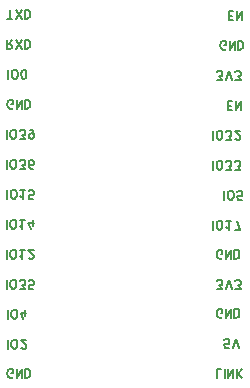
<source format=gbr>
G04 --- HEADER BEGIN --- *
G04 #@! TF.GenerationSoftware,LibrePCB,LibrePCB,1.3.0*
G04 #@! TF.CreationDate,2025-10-14T22:14:51*
G04 #@! TF.ProjectId,GateGuardian - Sommer Twist 350 Swing Gate,8a633c5c-b075-4c35-a81d-aba18a590e16,v1*
G04 #@! TF.Part,Single*
G04 #@! TF.SameCoordinates*
G04 #@! TF.FileFunction,Legend,Bot*
G04 #@! TF.FilePolarity,Positive*
%FSLAX66Y66*%
%MOMM*%
G01*
G75*
G04 --- HEADER END --- *
G04 --- APERTURE LIST BEGIN --- *
%ADD10C,0.15*%
%ADD11C,1.56*%
%AMROUNDEDRECT12*20,1,1.56,-0.68,0.0,0.68,0.0,0.0*20,1,1.36,-0.78,0.0,0.78,0.0,0.0*1,1,0.2,-0.68,0.68*1,1,0.2,0.68,0.68*1,1,0.2,0.68,-0.68*1,1,0.2,-0.68,-0.68*%
%ADD12ROUNDEDRECT12*%
%ADD13C,1.9*%
%AMROUNDEDRECT14*20,1,2.8,-1.3,0.0,1.3,0.0,0.0*20,1,2.6,-1.4,0.0,1.4,0.0,0.0*1,1,0.2,-1.3,1.3*1,1,0.2,1.3,1.3*1,1,0.2,1.3,-1.3*1,1,0.2,-1.3,-1.3*%
%ADD14ROUNDEDRECT14*%
%ADD15C,2.8*%
%ADD16O,1.9X2.75*%
%AMROUNDEDRECT17*20,1,1.9,-1.275,0.0,1.275,0.0,90.0*20,1,1.7,-1.375,0.0,1.375,0.0,90.0*1,1,0.2,-0.85,-1.275*1,1,0.2,-0.85,1.275*1,1,0.2,0.85,1.275*1,1,0.2,0.85,-1.275*%
%ADD17ROUNDEDRECT17*%
%ADD18O,2.39X1.787*%
%AMROUNDEDRECT19*20,1,1.787,-1.095,0.0,1.095,0.0,0.0*20,1,1.587,-1.195,0.0,1.195,0.0,0.0*1,1,0.2,-1.095,0.7935*1,1,0.2,1.095,0.7935*1,1,0.2,1.095,-0.7935*1,1,0.2,-1.095,-0.7935*%
%ADD19ROUNDEDRECT19*%
%AMROUNDEDRECT20*20,1,1.6,-0.7,0.0,0.7,0.0,0.0*20,1,1.4,-0.8,0.0,0.8,0.0,0.0*1,1,0.2,-0.7,0.7*1,1,0.2,0.7,0.7*1,1,0.2,0.7,-0.7*1,1,0.2,-0.7,-0.7*%
%ADD20ROUNDEDRECT20*%
%ADD21C,1.6*%
%ADD22C,1.85*%
%AMROUNDEDRECT23*20,1,1.85,-0.825,0.0,0.825,0.0,0.0*20,1,1.65,-0.925,0.0,0.925,0.0,0.0*1,1,0.2,-0.825,0.825*1,1,0.2,0.825,0.825*1,1,0.2,0.825,-0.825*1,1,0.2,-0.825,-0.825*%
%ADD23ROUNDEDRECT23*%
%ADD24C,1.508*%
%AMROUNDEDRECT25*20,1,1.508,-0.654,0.0,0.654,0.0,0.0*20,1,1.308,-0.754,0.0,0.754,0.0,0.0*1,1,0.2,-0.654,0.654*1,1,0.2,0.654,0.654*1,1,0.2,0.654,-0.654*1,1,0.2,-0.654,-0.654*%
%ADD25ROUNDEDRECT25*%
%AMROUNDEDRECT26*20,1,3.2,-1.5,0.0,1.5,0.0,0.0*20,1,3.0,-1.6,0.0,1.6,0.0,0.0*1,1,0.2,-1.5,1.5*1,1,0.2,1.5,1.5*1,1,0.2,1.5,-1.5*1,1,0.2,-1.5,-1.5*%
%ADD26ROUNDEDRECT26*%
%ADD27O,1.7X1.25*%
%AMROUNDEDRECT28*20,1,1.25,-0.75,0.0,0.75,0.0,0.0*20,1,1.05,-0.85,0.0,0.85,0.0,0.0*1,1,0.2,-0.75,0.525*1,1,0.2,0.75,0.525*1,1,0.2,0.75,-0.525*1,1,0.2,-0.75,-0.525*%
%ADD28ROUNDEDRECT28*%
%ADD29C,1.8*%
%ADD30C,5.0*%
%ADD31C,4.8*%
G04 --- APERTURE LIST END --- *
G04 --- BOARD BEGIN --- *
D10*
G04 #@! TO.C,U4*
X5809998Y23857996D02*
X5739165Y23822163D01*
X5631665Y23822163D01*
X5524165Y23857996D01*
X5453332Y23929663D01*
X5417498Y24000496D01*
X5381665Y24143830D01*
X5381665Y24250496D01*
X5417498Y24393830D01*
X5453332Y24464663D01*
X5524165Y24536330D01*
X5631665Y24572163D01*
X5703332Y24572163D01*
X5809998Y24536330D01*
X5845832Y24500496D01*
X5845832Y24250496D01*
X5703332Y24250496D01*
X6145832Y24572163D02*
X6145832Y23822163D01*
X6574165Y24572163D01*
X6574165Y23822163D01*
X6874165Y24572163D02*
X6874165Y23822163D01*
X7052498Y23822163D01*
X7159998Y23857996D01*
X7231665Y23929663D01*
X7266665Y24000496D01*
X7302498Y24143830D01*
X7302498Y24250496D01*
X7266665Y24393830D01*
X7231665Y24464663D01*
X7159998Y24536330D01*
X7052498Y24572163D01*
X6874165Y24572163D01*
X5327498Y32112788D02*
X5327498Y31362788D01*
X5805831Y31362788D02*
X5949165Y31362788D01*
X6019998Y31398621D01*
X6091665Y31470288D01*
X6127498Y31612788D01*
X6127498Y31862788D01*
X6091665Y32005288D01*
X6019998Y32076955D01*
X5949165Y32112788D01*
X5805831Y32112788D01*
X5734998Y32076955D01*
X5663331Y32005288D01*
X5627498Y31862788D01*
X5627498Y31612788D01*
X5663331Y31470288D01*
X5734998Y31398621D01*
X5805831Y31362788D01*
X6427498Y31362788D02*
X6891665Y31362788D01*
X6641665Y31648621D01*
X6749165Y31648621D01*
X6819998Y31684455D01*
X6855831Y31720288D01*
X6891665Y31791121D01*
X6891665Y31970288D01*
X6855831Y32041121D01*
X6819998Y32076955D01*
X6749165Y32112788D01*
X6534998Y32112788D01*
X6463331Y32076955D01*
X6427498Y32041121D01*
X7584165Y31362788D02*
X7227498Y31362788D01*
X7191665Y31720288D01*
X7227498Y31684455D01*
X7299165Y31648621D01*
X7477498Y31648621D01*
X7549165Y31684455D01*
X7584165Y31720288D01*
X7619998Y31791121D01*
X7619998Y31970288D01*
X7584165Y32041121D01*
X7549165Y32076955D01*
X7477498Y32112788D01*
X7299165Y32112788D01*
X7227498Y32076955D01*
X7191665Y32041121D01*
X5345832Y54222788D02*
X5774165Y54222788D01*
X5559999Y54972788D02*
X5559999Y54222788D01*
X6074165Y54222788D02*
X6574165Y54972788D01*
X6574165Y54222788D02*
X6074165Y54972788D01*
X6874165Y54972788D02*
X6874165Y54222788D01*
X7052498Y54222788D01*
X7159998Y54258621D01*
X7231665Y54330288D01*
X7266665Y54401121D01*
X7302498Y54544455D01*
X7302498Y54651121D01*
X7266665Y54794455D01*
X7231665Y54865288D01*
X7159998Y54936955D01*
X7052498Y54972788D01*
X6874165Y54972788D01*
X5327498Y44812788D02*
X5327498Y44062788D01*
X5805831Y44062788D02*
X5949165Y44062788D01*
X6019998Y44098621D01*
X6091665Y44170288D01*
X6127498Y44312788D01*
X6127498Y44562788D01*
X6091665Y44705288D01*
X6019998Y44776955D01*
X5949165Y44812788D01*
X5805831Y44812788D01*
X5734998Y44776955D01*
X5663331Y44705288D01*
X5627498Y44562788D01*
X5627498Y44312788D01*
X5663331Y44170288D01*
X5734998Y44098621D01*
X5805831Y44062788D01*
X6427498Y44062788D02*
X6891665Y44062788D01*
X6641665Y44348621D01*
X6749165Y44348621D01*
X6819998Y44384455D01*
X6855831Y44420288D01*
X6891665Y44491121D01*
X6891665Y44670288D01*
X6855831Y44741121D01*
X6819998Y44776955D01*
X6749165Y44812788D01*
X6534998Y44812788D01*
X6463331Y44776955D01*
X6427498Y44741121D01*
X7263332Y44812788D02*
X7405832Y44812788D01*
X7477498Y44776955D01*
X7513332Y44741121D01*
X7584165Y44634455D01*
X7619998Y44491121D01*
X7619998Y44205288D01*
X7584165Y44134455D01*
X7549165Y44098621D01*
X7477498Y44062788D01*
X7334165Y44062788D01*
X7263332Y44098621D01*
X7227498Y44134455D01*
X7191665Y44205288D01*
X7191665Y44384455D01*
X7227498Y44455288D01*
X7263332Y44491121D01*
X7334165Y44526955D01*
X7477498Y44526955D01*
X7549165Y44491121D01*
X7584165Y44455288D01*
X7619998Y44384455D01*
X24050623Y46874806D02*
X24300623Y46874806D01*
X24408123Y47267306D02*
X24050623Y47267306D01*
X24050623Y46517306D01*
X24408123Y46517306D01*
X24708123Y47267306D02*
X24708123Y46517306D01*
X25136456Y47267306D01*
X25136456Y46517306D01*
X22780623Y42187306D02*
X22780623Y41437306D01*
X23258956Y41437306D02*
X23402290Y41437306D01*
X23473123Y41473139D01*
X23544790Y41544806D01*
X23580623Y41687306D01*
X23580623Y41937306D01*
X23544790Y42079806D01*
X23473123Y42151473D01*
X23402290Y42187306D01*
X23258956Y42187306D01*
X23188123Y42151473D01*
X23116456Y42079806D01*
X23080623Y41937306D01*
X23080623Y41687306D01*
X23116456Y41544806D01*
X23188123Y41473139D01*
X23258956Y41437306D01*
X23880623Y41437306D02*
X24344790Y41437306D01*
X24094790Y41723139D01*
X24202290Y41723139D01*
X24273123Y41758973D01*
X24308956Y41794806D01*
X24344790Y41865639D01*
X24344790Y42044806D01*
X24308956Y42115639D01*
X24273123Y42151473D01*
X24202290Y42187306D01*
X23988123Y42187306D01*
X23916456Y42151473D01*
X23880623Y42115639D01*
X24644790Y41437306D02*
X25108957Y41437306D01*
X24858957Y41723139D01*
X24966457Y41723139D01*
X25037290Y41758973D01*
X25073123Y41794806D01*
X25108957Y41865639D01*
X25108957Y42044806D01*
X25073123Y42115639D01*
X25037290Y42151473D01*
X24966457Y42187306D01*
X24752290Y42187306D01*
X24680623Y42151473D01*
X24644790Y42115639D01*
X23098123Y31356681D02*
X23562290Y31356681D01*
X23312290Y31642514D01*
X23419790Y31642514D01*
X23490623Y31678348D01*
X23526456Y31714181D01*
X23562290Y31785014D01*
X23562290Y31964181D01*
X23526456Y32035014D01*
X23490623Y32070848D01*
X23419790Y32106681D01*
X23205623Y32106681D01*
X23133956Y32070848D01*
X23098123Y32035014D01*
X23862290Y31356681D02*
X24112290Y32106681D01*
X24362290Y31356681D01*
X24662290Y31356681D02*
X25126457Y31356681D01*
X24876457Y31642514D01*
X24983957Y31642514D01*
X25054790Y31678348D01*
X25090623Y31714181D01*
X25126457Y31785014D01*
X25126457Y31964181D01*
X25090623Y32035014D01*
X25054790Y32070848D01*
X24983957Y32106681D01*
X24769790Y32106681D01*
X24698123Y32070848D01*
X24662290Y32035014D01*
X22780623Y37107306D02*
X22780623Y36357306D01*
X23258956Y36357306D02*
X23402290Y36357306D01*
X23473123Y36393139D01*
X23544790Y36464806D01*
X23580623Y36607306D01*
X23580623Y36857306D01*
X23544790Y36999806D01*
X23473123Y37071473D01*
X23402290Y37107306D01*
X23258956Y37107306D01*
X23188123Y37071473D01*
X23116456Y36999806D01*
X23080623Y36857306D01*
X23080623Y36607306D01*
X23116456Y36464806D01*
X23188123Y36393139D01*
X23258956Y36357306D01*
X24308956Y37107306D02*
X23880623Y37107306D01*
X24094790Y37107306D02*
X24094790Y36357306D01*
X24023123Y36464806D01*
X23952290Y36535639D01*
X23880623Y36571473D01*
X24608956Y36357306D02*
X25108956Y36357306D01*
X24787289Y37107306D01*
X23455623Y24566056D02*
X23098123Y24566056D01*
X23098123Y23816056D01*
X23755623Y24566056D02*
X23755623Y23816056D01*
X24055623Y24566056D02*
X24055623Y23816056D01*
X24483956Y24566056D01*
X24483956Y23816056D01*
X24783956Y24566056D02*
X24783956Y23816056D01*
X25212289Y24566056D02*
X24891456Y24137723D01*
X25212289Y23816056D02*
X24783956Y24244389D01*
X22780623Y44727306D02*
X22780623Y43977306D01*
X23258956Y43977306D02*
X23402290Y43977306D01*
X23473123Y44013139D01*
X23544790Y44084806D01*
X23580623Y44227306D01*
X23580623Y44477306D01*
X23544790Y44619806D01*
X23473123Y44691473D01*
X23402290Y44727306D01*
X23258956Y44727306D01*
X23188123Y44691473D01*
X23116456Y44619806D01*
X23080623Y44477306D01*
X23080623Y44227306D01*
X23116456Y44084806D01*
X23188123Y44013139D01*
X23258956Y43977306D01*
X23880623Y43977306D02*
X24344790Y43977306D01*
X24094790Y44263139D01*
X24202290Y44263139D01*
X24273123Y44298973D01*
X24308956Y44334806D01*
X24344790Y44405639D01*
X24344790Y44584806D01*
X24308956Y44655639D01*
X24273123Y44691473D01*
X24202290Y44727306D01*
X23988123Y44727306D01*
X23916456Y44691473D01*
X23880623Y44655639D01*
X24680623Y44048973D02*
X24716457Y44013139D01*
X24787290Y43977306D01*
X24966457Y43977306D01*
X25037290Y44013139D01*
X25073123Y44048973D01*
X25108957Y44119806D01*
X25108957Y44191473D01*
X25073123Y44298973D01*
X24644790Y44727306D01*
X25108957Y44727306D01*
X5774165Y52432788D02*
X5524165Y52075288D01*
X5345832Y52432788D02*
X5345832Y51682788D01*
X5631665Y51682788D01*
X5703332Y51718621D01*
X5738332Y51754455D01*
X5774165Y51825288D01*
X5774165Y51932788D01*
X5738332Y52004455D01*
X5703332Y52040288D01*
X5631665Y52075288D01*
X5345832Y52075288D01*
X6074165Y51682788D02*
X6574165Y52432788D01*
X6574165Y51682788D02*
X6074165Y52432788D01*
X6874165Y52432788D02*
X6874165Y51682788D01*
X7052498Y51682788D01*
X7159998Y51718621D01*
X7231665Y51790288D01*
X7266665Y51861121D01*
X7302498Y52004455D01*
X7302498Y52111121D01*
X7266665Y52254455D01*
X7231665Y52325288D01*
X7159998Y52396955D01*
X7052498Y52432788D01*
X6874165Y52432788D01*
X5327498Y34652788D02*
X5327498Y33902788D01*
X5805831Y33902788D02*
X5949165Y33902788D01*
X6019998Y33938621D01*
X6091665Y34010288D01*
X6127498Y34152788D01*
X6127498Y34402788D01*
X6091665Y34545288D01*
X6019998Y34616955D01*
X5949165Y34652788D01*
X5805831Y34652788D01*
X5734998Y34616955D01*
X5663331Y34545288D01*
X5627498Y34402788D01*
X5627498Y34152788D01*
X5663331Y34010288D01*
X5734998Y33938621D01*
X5805831Y33902788D01*
X6855831Y34652788D02*
X6427498Y34652788D01*
X6641665Y34652788D02*
X6641665Y33902788D01*
X6569998Y34010288D01*
X6499165Y34081121D01*
X6427498Y34116955D01*
X7191664Y33974455D02*
X7227498Y33938621D01*
X7298331Y33902788D01*
X7477498Y33902788D01*
X7548331Y33938621D01*
X7584164Y33974455D01*
X7619998Y34045288D01*
X7619998Y34116955D01*
X7584164Y34224455D01*
X7155831Y34652788D01*
X7619998Y34652788D01*
X5420831Y27032788D02*
X5420831Y26282788D01*
X5899164Y26282788D02*
X6042498Y26282788D01*
X6113331Y26318621D01*
X6184998Y26390288D01*
X6220831Y26532788D01*
X6220831Y26782788D01*
X6184998Y26925288D01*
X6113331Y26996955D01*
X6042498Y27032788D01*
X5899164Y27032788D01*
X5828331Y26996955D01*
X5756664Y26925288D01*
X5720831Y26782788D01*
X5720831Y26532788D01*
X5756664Y26390288D01*
X5828331Y26318621D01*
X5899164Y26282788D01*
X6556664Y26354455D02*
X6592498Y26318621D01*
X6663331Y26282788D01*
X6842498Y26282788D01*
X6913331Y26318621D01*
X6949164Y26354455D01*
X6984998Y26425288D01*
X6984998Y26496955D01*
X6949164Y26604455D01*
X6520831Y27032788D01*
X6984998Y27032788D01*
X5327498Y37192788D02*
X5327498Y36442788D01*
X5805831Y36442788D02*
X5949165Y36442788D01*
X6019998Y36478621D01*
X6091665Y36550288D01*
X6127498Y36692788D01*
X6127498Y36942788D01*
X6091665Y37085288D01*
X6019998Y37156955D01*
X5949165Y37192788D01*
X5805831Y37192788D01*
X5734998Y37156955D01*
X5663331Y37085288D01*
X5627498Y36942788D01*
X5627498Y36692788D01*
X5663331Y36550288D01*
X5734998Y36478621D01*
X5805831Y36442788D01*
X6855831Y37192788D02*
X6427498Y37192788D01*
X6641665Y37192788D02*
X6641665Y36442788D01*
X6569998Y36550288D01*
X6499165Y36621121D01*
X6427498Y36656955D01*
X7513331Y36692788D02*
X7513331Y37192788D01*
X7334164Y36406955D02*
X7155831Y36942788D01*
X7619998Y36942788D01*
X5456665Y49892788D02*
X5456665Y49142788D01*
X5934998Y49142788D02*
X6078332Y49142788D01*
X6149165Y49178621D01*
X6220832Y49250288D01*
X6256665Y49392788D01*
X6256665Y49642788D01*
X6220832Y49785288D01*
X6149165Y49856955D01*
X6078332Y49892788D01*
X5934998Y49892788D01*
X5864165Y49856955D01*
X5792498Y49785288D01*
X5756665Y49642788D01*
X5756665Y49392788D01*
X5792498Y49250288D01*
X5864165Y49178621D01*
X5934998Y49142788D01*
X6734998Y49142788D02*
X6806665Y49142788D01*
X6878332Y49178621D01*
X6914165Y49214455D01*
X6949165Y49285288D01*
X6984998Y49428621D01*
X6984998Y49606955D01*
X6949165Y49750288D01*
X6914165Y49821121D01*
X6878332Y49856955D01*
X6806665Y49892788D01*
X6734998Y49892788D01*
X6664165Y49856955D01*
X6628332Y49821121D01*
X6592498Y49750288D01*
X6556665Y49606955D01*
X6556665Y49428621D01*
X6592498Y49285288D01*
X6628332Y49214455D01*
X6664165Y49178621D01*
X6734998Y49142788D01*
X24125623Y26356056D02*
X23768956Y26356056D01*
X23733123Y26713556D01*
X23768956Y26677723D01*
X23840623Y26641889D01*
X24018956Y26641889D01*
X24090623Y26677723D01*
X24125623Y26713556D01*
X24161456Y26784389D01*
X24161456Y26963556D01*
X24125623Y27034389D01*
X24090623Y27070223D01*
X24018956Y27106056D01*
X23840623Y27106056D01*
X23768956Y27070223D01*
X23733123Y27034389D01*
X24461456Y26356056D02*
X24711456Y27106056D01*
X24961456Y26356056D01*
X5420831Y29572788D02*
X5420831Y28822788D01*
X5899164Y28822788D02*
X6042498Y28822788D01*
X6113331Y28858621D01*
X6184998Y28930288D01*
X6220831Y29072788D01*
X6220831Y29322788D01*
X6184998Y29465288D01*
X6113331Y29536955D01*
X6042498Y29572788D01*
X5899164Y29572788D01*
X5828331Y29536955D01*
X5756664Y29465288D01*
X5720831Y29322788D01*
X5720831Y29072788D01*
X5756664Y28930288D01*
X5828331Y28858621D01*
X5899164Y28822788D01*
X6878331Y29072788D02*
X6878331Y29572788D01*
X6699164Y28786955D02*
X6520831Y29322788D01*
X6984998Y29322788D01*
X23098123Y49057306D02*
X23562290Y49057306D01*
X23312290Y49343139D01*
X23419790Y49343139D01*
X23490623Y49378973D01*
X23526456Y49414806D01*
X23562290Y49485639D01*
X23562290Y49664806D01*
X23526456Y49735639D01*
X23490623Y49771473D01*
X23419790Y49807306D01*
X23205623Y49807306D01*
X23133956Y49771473D01*
X23098123Y49735639D01*
X23862290Y49057306D02*
X24112290Y49807306D01*
X24362290Y49057306D01*
X24662290Y49057306D02*
X25126457Y49057306D01*
X24876457Y49343139D01*
X24983957Y49343139D01*
X25054790Y49378973D01*
X25090623Y49414806D01*
X25126457Y49485639D01*
X25126457Y49664806D01*
X25090623Y49735639D01*
X25054790Y49771473D01*
X24983957Y49807306D01*
X24769790Y49807306D01*
X24698123Y49771473D01*
X24662290Y49735639D01*
X23733123Y39647306D02*
X23733123Y38897306D01*
X24211456Y38897306D02*
X24354790Y38897306D01*
X24425623Y38933139D01*
X24497290Y39004806D01*
X24533123Y39147306D01*
X24533123Y39397306D01*
X24497290Y39539806D01*
X24425623Y39611473D01*
X24354790Y39647306D01*
X24211456Y39647306D01*
X24140623Y39611473D01*
X24068956Y39539806D01*
X24033123Y39397306D01*
X24033123Y39147306D01*
X24068956Y39004806D01*
X24140623Y38933139D01*
X24211456Y38897306D01*
X25225623Y38897306D02*
X24868956Y38897306D01*
X24833123Y39254806D01*
X24868956Y39218973D01*
X24940623Y39183139D01*
X25118956Y39183139D01*
X25190623Y39218973D01*
X25225623Y39254806D01*
X25261456Y39325639D01*
X25261456Y39504806D01*
X25225623Y39575639D01*
X25190623Y39611473D01*
X25118956Y39647306D01*
X24940623Y39647306D01*
X24868956Y39611473D01*
X24833123Y39575639D01*
X24129998Y54494806D02*
X24379998Y54494806D01*
X24487498Y54887306D02*
X24129998Y54887306D01*
X24129998Y54137306D01*
X24487498Y54137306D01*
X24787498Y54887306D02*
X24787498Y54137306D01*
X25215831Y54887306D01*
X25215831Y54137306D01*
X5809998Y46638621D02*
X5739165Y46602788D01*
X5631665Y46602788D01*
X5524165Y46638621D01*
X5453332Y46710288D01*
X5417498Y46781121D01*
X5381665Y46924455D01*
X5381665Y47031121D01*
X5417498Y47174455D01*
X5453332Y47245288D01*
X5524165Y47316955D01*
X5631665Y47352788D01*
X5703332Y47352788D01*
X5809998Y47316955D01*
X5845832Y47281121D01*
X5845832Y47031121D01*
X5703332Y47031121D01*
X6145832Y47352788D02*
X6145832Y46602788D01*
X6574165Y47352788D01*
X6574165Y46602788D01*
X6874165Y47352788D02*
X6874165Y46602788D01*
X7052498Y46602788D01*
X7159998Y46638621D01*
X7231665Y46710288D01*
X7266665Y46781121D01*
X7302498Y46924455D01*
X7302498Y47031121D01*
X7266665Y47174455D01*
X7231665Y47245288D01*
X7159998Y47316955D01*
X7052498Y47352788D01*
X6874165Y47352788D01*
X5327498Y42272788D02*
X5327498Y41522788D01*
X5805831Y41522788D02*
X5949165Y41522788D01*
X6019998Y41558621D01*
X6091665Y41630288D01*
X6127498Y41772788D01*
X6127498Y42022788D01*
X6091665Y42165288D01*
X6019998Y42236955D01*
X5949165Y42272788D01*
X5805831Y42272788D01*
X5734998Y42236955D01*
X5663331Y42165288D01*
X5627498Y42022788D01*
X5627498Y41772788D01*
X5663331Y41630288D01*
X5734998Y41558621D01*
X5805831Y41522788D01*
X6427498Y41522788D02*
X6891665Y41522788D01*
X6641665Y41808621D01*
X6749165Y41808621D01*
X6819998Y41844455D01*
X6855831Y41880288D01*
X6891665Y41951121D01*
X6891665Y42130288D01*
X6855831Y42201121D01*
X6819998Y42236955D01*
X6749165Y42272788D01*
X6534998Y42272788D01*
X6463331Y42236955D01*
X6427498Y42201121D01*
X7549165Y41522788D02*
X7405832Y41522788D01*
X7334165Y41558621D01*
X7299165Y41594455D01*
X7227498Y41701121D01*
X7191665Y41844455D01*
X7191665Y42130288D01*
X7227498Y42201121D01*
X7263332Y42236955D01*
X7334165Y42272788D01*
X7477498Y42272788D01*
X7549165Y42236955D01*
X7584165Y42201121D01*
X7619998Y42130288D01*
X7619998Y41951121D01*
X7584165Y41880288D01*
X7549165Y41844455D01*
X7477498Y41808621D01*
X7334165Y41808621D01*
X7263332Y41844455D01*
X7227498Y41880288D01*
X7191665Y41951121D01*
X23526456Y33932514D02*
X23455623Y33896681D01*
X23348123Y33896681D01*
X23240623Y33932514D01*
X23169790Y34004181D01*
X23133956Y34075014D01*
X23098123Y34218348D01*
X23098123Y34325014D01*
X23133956Y34468348D01*
X23169790Y34539181D01*
X23240623Y34610848D01*
X23348123Y34646681D01*
X23419790Y34646681D01*
X23526456Y34610848D01*
X23562290Y34575014D01*
X23562290Y34325014D01*
X23419790Y34325014D01*
X23862290Y34646681D02*
X23862290Y33896681D01*
X24290623Y34646681D01*
X24290623Y33896681D01*
X24590623Y34646681D02*
X24590623Y33896681D01*
X24768956Y33896681D01*
X24876456Y33932514D01*
X24948123Y34004181D01*
X24983123Y34075014D01*
X25018956Y34218348D01*
X25018956Y34325014D01*
X24983123Y34468348D01*
X24948123Y34539181D01*
X24876456Y34610848D01*
X24768956Y34646681D01*
X24590623Y34646681D01*
X5363332Y39732788D02*
X5363332Y38982788D01*
X5841665Y38982788D02*
X5984999Y38982788D01*
X6055832Y39018621D01*
X6127499Y39090288D01*
X6163332Y39232788D01*
X6163332Y39482788D01*
X6127499Y39625288D01*
X6055832Y39696955D01*
X5984999Y39732788D01*
X5841665Y39732788D01*
X5770832Y39696955D01*
X5699165Y39625288D01*
X5663332Y39482788D01*
X5663332Y39232788D01*
X5699165Y39090288D01*
X5770832Y39018621D01*
X5841665Y38982788D01*
X6891665Y39732788D02*
X6463332Y39732788D01*
X6677499Y39732788D02*
X6677499Y38982788D01*
X6605832Y39090288D01*
X6534999Y39161121D01*
X6463332Y39196955D01*
X7584165Y38982788D02*
X7227498Y38982788D01*
X7191665Y39340288D01*
X7227498Y39304455D01*
X7299165Y39268621D01*
X7477498Y39268621D01*
X7549165Y39304455D01*
X7584165Y39340288D01*
X7619998Y39411121D01*
X7619998Y39590288D01*
X7584165Y39661121D01*
X7549165Y39696955D01*
X7477498Y39732788D01*
X7299165Y39732788D01*
X7227498Y39696955D01*
X7191665Y39661121D01*
X23526456Y28931889D02*
X23455623Y28896056D01*
X23348123Y28896056D01*
X23240623Y28931889D01*
X23169790Y29003556D01*
X23133956Y29074389D01*
X23098123Y29217723D01*
X23098123Y29324389D01*
X23133956Y29467723D01*
X23169790Y29538556D01*
X23240623Y29610223D01*
X23348123Y29646056D01*
X23419790Y29646056D01*
X23526456Y29610223D01*
X23562290Y29574389D01*
X23562290Y29324389D01*
X23419790Y29324389D01*
X23862290Y29646056D02*
X23862290Y28896056D01*
X24290623Y29646056D01*
X24290623Y28896056D01*
X24590623Y29646056D02*
X24590623Y28896056D01*
X24768956Y28896056D01*
X24876456Y28931889D01*
X24948123Y29003556D01*
X24983123Y29074389D01*
X25018956Y29217723D01*
X25018956Y29324389D01*
X24983123Y29467723D01*
X24948123Y29538556D01*
X24876456Y29610223D01*
X24768956Y29646056D01*
X24590623Y29646056D01*
X23843956Y51633139D02*
X23773123Y51597306D01*
X23665623Y51597306D01*
X23558123Y51633139D01*
X23487290Y51704806D01*
X23451456Y51775639D01*
X23415623Y51918973D01*
X23415623Y52025639D01*
X23451456Y52168973D01*
X23487290Y52239806D01*
X23558123Y52311473D01*
X23665623Y52347306D01*
X23737290Y52347306D01*
X23843956Y52311473D01*
X23879790Y52275639D01*
X23879790Y52025639D01*
X23737290Y52025639D01*
X24179790Y52347306D02*
X24179790Y51597306D01*
X24608123Y52347306D01*
X24608123Y51597306D01*
X24908123Y52347306D02*
X24908123Y51597306D01*
X25086456Y51597306D01*
X25193956Y51633139D01*
X25265623Y51704806D01*
X25300623Y51775639D01*
X25336456Y51918973D01*
X25336456Y52025639D01*
X25300623Y52168973D01*
X25265623Y52239806D01*
X25193956Y52311473D01*
X25086456Y52347306D01*
X24908123Y52347306D01*
%LPC*%
D11*
G04 #@! TO.C,R14*
X128270000Y29210000D03*
D12*
X128270000Y26670000D03*
D11*
G04 #@! TO.C,R8*
X94932500Y64770000D03*
D12*
X94932500Y62230000D03*
D13*
G04 #@! TO.C,U4*
X3810000Y29210000D03*
X26670000Y36830000D03*
X26670000Y31750000D03*
X26670000Y52070000D03*
X3810000Y26670000D03*
X3810000Y49530000D03*
X26670000Y34290000D03*
X3810000Y46990000D03*
X26670000Y46990000D03*
X3810000Y24130000D03*
X26670000Y54610000D03*
X26670000Y49530000D03*
X26670000Y41910000D03*
X26670000Y29210000D03*
X3810000Y36830000D03*
X3810000Y34290000D03*
X3810000Y31750000D03*
X3810000Y52070000D03*
X3810000Y44450000D03*
X26670000Y39370000D03*
X26670000Y44450000D03*
X3810000Y41910000D03*
X26670000Y24130000D03*
X3810000Y54610000D03*
X3810000Y39370000D03*
X26670000Y26670000D03*
D14*
G04 #@! TO.C,J4*
X105687500Y60325000D03*
D15*
X100687500Y60325000D03*
D16*
G04 #@! TO.C,D2*
X106680000Y53340000D03*
D17*
X106680000Y45720000D03*
D11*
G04 #@! TO.C,R12*
X88900000Y36195000D03*
D12*
X88900000Y33655000D03*
D18*
G04 #@! TO.C,J2*
X3175000Y3810000D03*
D19*
X3175000Y6350000D03*
D11*
G04 #@! TO.C,R15*
X78740000Y20320000D03*
D12*
X78740000Y17780000D03*
D20*
G04 #@! TO.C,GATE*
X81280000Y17780000D03*
D21*
X83820000Y17780000D03*
D11*
G04 #@! TO.C,R17*
X101600000Y15240000D03*
D12*
X101600000Y12700000D03*
D14*
G04 #@! TO.C,J11*
X134580000Y60325000D03*
D15*
X129580000Y60325000D03*
D22*
G04 #@! TO.C,K1*
X111760000Y44340000D03*
X119380000Y39260000D03*
X119380000Y51960000D03*
X119380000Y34180000D03*
X119380000Y44340000D03*
D23*
X111760000Y51960000D03*
D22*
X111760000Y39260000D03*
X111760000Y34180000D03*
D24*
G04 #@! TO.C,U1*
X120650000Y17780000D03*
X113030000Y20320000D03*
D25*
X113030000Y22860000D03*
D24*
X120650000Y20320000D03*
X113030000Y17780000D03*
X120650000Y22860000D03*
G04 #@! TO.C,U2*
X135890000Y17780000D03*
X128270000Y20320000D03*
D25*
X128270000Y22860000D03*
D24*
X135890000Y20320000D03*
X128270000Y17780000D03*
X135890000Y22860000D03*
D20*
G04 #@! TO.C,LED1*
X15875000Y2381250D03*
D21*
X15875000Y4921250D03*
D18*
G04 #@! TO.C,J1*
X8255000Y3810000D03*
D19*
X8255000Y11430000D03*
D18*
X8255000Y6350000D03*
X8255000Y8890000D03*
D20*
G04 #@! TO.C,STOP*
X94932500Y56515000D03*
D21*
X94932500Y59055000D03*
D11*
G04 #@! TO.C,R19*
X97790000Y29210000D03*
D12*
X97790000Y26670000D03*
D16*
G04 #@! TO.C,D1*
X124460000Y53340000D03*
D17*
X124460000Y45720000D03*
D20*
G04 #@! TO.C,LOCK*
X115570000Y26670000D03*
D21*
X118110000Y26670000D03*
D18*
G04 #@! TO.C,J12*
X96520000Y12700000D03*
D19*
X96520000Y15240000D03*
D11*
G04 #@! TO.C,R21*
X135890000Y29210000D03*
D12*
X135890000Y26670000D03*
D26*
G04 #@! TO.C,U5*
X45085000Y52070000D03*
X60325000Y52070000D03*
X45085000Y13970000D03*
X60325000Y13970000D03*
D11*
G04 #@! TO.C,R10*
X124460000Y36195000D03*
D12*
X124460000Y33655000D03*
D11*
G04 #@! TO.C,R4*
X119380000Y15240000D03*
D12*
X119380000Y12700000D03*
D11*
G04 #@! TO.C,R6*
X134620000Y15240000D03*
D12*
X134620000Y12700000D03*
D20*
G04 #@! TO.C,CLOSE*
X77787500Y56515000D03*
D21*
X77787500Y59055000D03*
D22*
G04 #@! TO.C,K3*
X76200000Y44340000D03*
X83820000Y39260000D03*
X83820000Y51960000D03*
X83820000Y34180000D03*
X83820000Y44340000D03*
D23*
X76200000Y51960000D03*
D22*
X76200000Y39260000D03*
X76200000Y34180000D03*
D11*
G04 #@! TO.C,R18*
X106680000Y15240000D03*
D12*
X106680000Y12700000D03*
D11*
G04 #@! TO.C,R9*
X77787500Y64770000D03*
D12*
X77787500Y62230000D03*
D11*
G04 #@! TO.C,R22*
X105410000Y29210000D03*
D12*
X105410000Y26670000D03*
D27*
G04 #@! TO.C,Q3*
X88900000Y40640000D03*
X88900000Y38100000D03*
D28*
X88900000Y43180000D03*
D29*
G04 #@! TO.C,J15*
X68485000Y5312500D03*
X72485000Y5312500D03*
X70485000Y5312500D03*
D27*
G04 #@! TO.C,Q1*
X124460000Y40640000D03*
X124460000Y38100000D03*
D28*
X124460000Y43180000D03*
D14*
G04 #@! TO.C,J5*
X89177500Y60325000D03*
D15*
X84177500Y60325000D03*
D27*
G04 #@! TO.C,Q2*
X106680000Y40640000D03*
X106680000Y38100000D03*
D28*
X106680000Y43180000D03*
D11*
G04 #@! TO.C,R25*
X36830000Y43180000D03*
D12*
X34290000Y43180000D03*
D11*
G04 #@! TO.C,R23*
X87630000Y20320000D03*
D12*
X87630000Y17780000D03*
D20*
G04 #@! TO.C,EYE*
X100330000Y26670000D03*
D21*
X102870000Y26670000D03*
D14*
G04 #@! TO.C,J8*
X96560000Y6350000D03*
D15*
X101560000Y6350000D03*
D16*
G04 #@! TO.C,D3*
X88900000Y53340000D03*
D17*
X88900000Y45720000D03*
D11*
G04 #@! TO.C,R2*
X23495000Y12700000D03*
D12*
X23495000Y10160000D03*
D11*
G04 #@! TO.C,R5*
X129540000Y15240000D03*
D12*
X129540000Y12700000D03*
D29*
G04 #@! TO.C,J10*
X33560000Y5312500D03*
X37560000Y5312500D03*
X35560000Y5312500D03*
D22*
G04 #@! TO.C,K2*
X93980000Y44340000D03*
X101600000Y39260000D03*
X101600000Y51960000D03*
X101600000Y34180000D03*
X101600000Y44340000D03*
D23*
X93980000Y51960000D03*
D22*
X93980000Y39260000D03*
X93980000Y34180000D03*
D11*
G04 #@! TO.C,R7*
X111442500Y64770000D03*
D12*
X111442500Y62230000D03*
D20*
G04 #@! TO.C,LED2*
X23495000Y2381250D03*
D21*
X23495000Y4921250D03*
D11*
G04 #@! TO.C,R13*
X113030000Y29210000D03*
D12*
X113030000Y26670000D03*
D11*
G04 #@! TO.C,R20*
X120650000Y29210000D03*
D12*
X120650000Y26670000D03*
D14*
G04 #@! TO.C,J7*
X127040000Y6350000D03*
D15*
X132040000Y6350000D03*
D14*
G04 #@! TO.C,J6*
X111800000Y6350000D03*
D15*
X116800000Y6350000D03*
D14*
G04 #@! TO.C,J3*
X122197500Y60325000D03*
D15*
X117197500Y60325000D03*
D24*
G04 #@! TO.C,U3*
X106680000Y17780000D03*
X99060000Y20320000D03*
D25*
X99060000Y22860000D03*
D24*
X106680000Y20320000D03*
X99060000Y17780000D03*
X106680000Y22860000D03*
D20*
G04 #@! TO.C,OPEN*
X111442500Y56515000D03*
D21*
X111442500Y59055000D03*
D11*
G04 #@! TO.C,R3*
X114300000Y15240000D03*
D12*
X114300000Y12700000D03*
D20*
G04 #@! TO.C,LIGHT*
X130810000Y26670000D03*
D21*
X133350000Y26670000D03*
D11*
G04 #@! TO.C,R1*
X15875000Y12700000D03*
D12*
X15875000Y10160000D03*
D14*
G04 #@! TO.C,J9*
X81320000Y6350000D03*
D15*
X86320000Y6350000D03*
D11*
G04 #@! TO.C,R11*
X106680000Y36195000D03*
D12*
X106680000Y33655000D03*
D30*
G04 #@! TD*
X66675000Y51117500D03*
X130810000Y53022500D03*
D31*
X43180000Y6032500D03*
D30*
X123825000Y13652500D03*
X3810000Y70167500D03*
G04 --- BOARD END --- *
G04 #@! TF.MD5,998d5b8300646596451f72217711df08*
M02*

</source>
